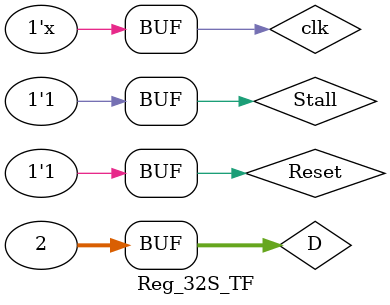
<source format=v>
`timescale 1ns / 1ps


module Reg_32S_TF;

	// Inputs
	reg [31:0] D;
	reg Stall;
	reg clk;
	reg Reset;

	// Outputs
	wire [31:0] Q;

	// Instantiate the Unit Under Test (UUT)
	Reg_32S uut (
		.D(D), 
		.Stall(Stall), 
		.Q(Q), 
		.clk(clk), 
		.Reset(Reset)
	);

	initial begin
		// Initialize Inputs
		D = 5;
		Stall = 0;
		clk = 0;
		Reset = 0;
		#100;
		D = 10;
		#100;
		D = 20;
		#100;
		D = 1;
		Stall = 1;
		#100;
		D = 2;
		Stall = 0;
		Reset = 1;
		#100; 
		Stall = 0;
		Reset = 0;
		#100; 
		Stall = 1;
		Reset = 1;
		#100; 

		// Wait 100 ns for global reset to finish
        
		// Add stimulus here

	end
	always
			#5 clk = !clk;
      
endmodule


</source>
